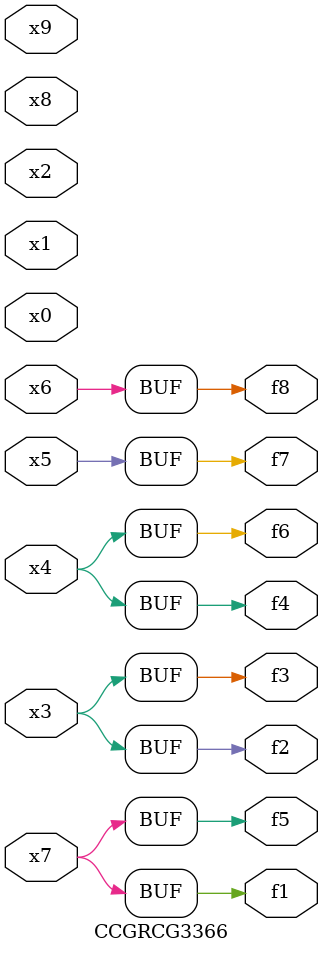
<source format=v>
module CCGRCG3366(
	input x0, x1, x2, x3, x4, x5, x6, x7, x8, x9,
	output f1, f2, f3, f4, f5, f6, f7, f8
);
	assign f1 = x7;
	assign f2 = x3;
	assign f3 = x3;
	assign f4 = x4;
	assign f5 = x7;
	assign f6 = x4;
	assign f7 = x5;
	assign f8 = x6;
endmodule

</source>
